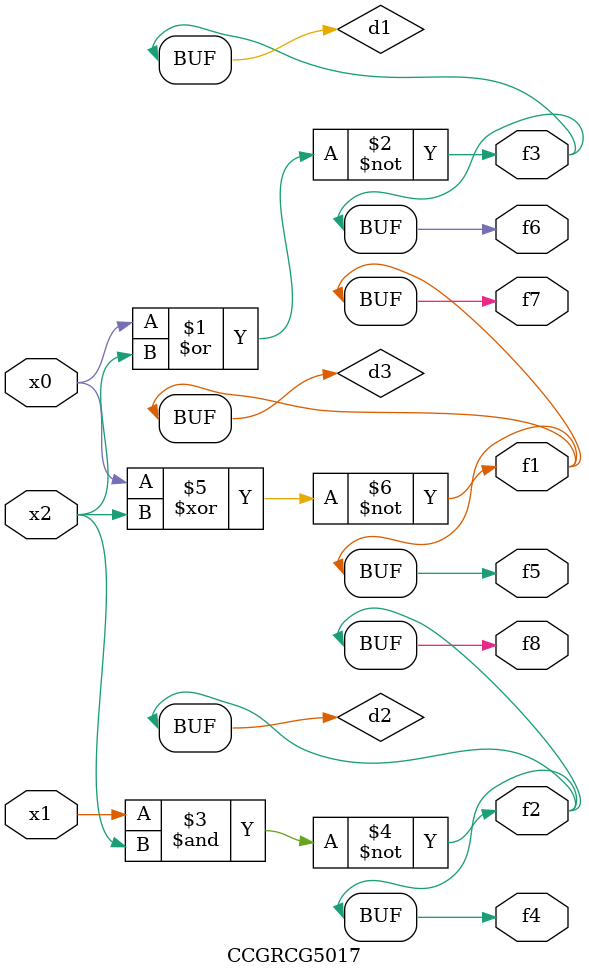
<source format=v>
module CCGRCG5017(
	input x0, x1, x2,
	output f1, f2, f3, f4, f5, f6, f7, f8
);

	wire d1, d2, d3;

	nor (d1, x0, x2);
	nand (d2, x1, x2);
	xnor (d3, x0, x2);
	assign f1 = d3;
	assign f2 = d2;
	assign f3 = d1;
	assign f4 = d2;
	assign f5 = d3;
	assign f6 = d1;
	assign f7 = d3;
	assign f8 = d2;
endmodule

</source>
